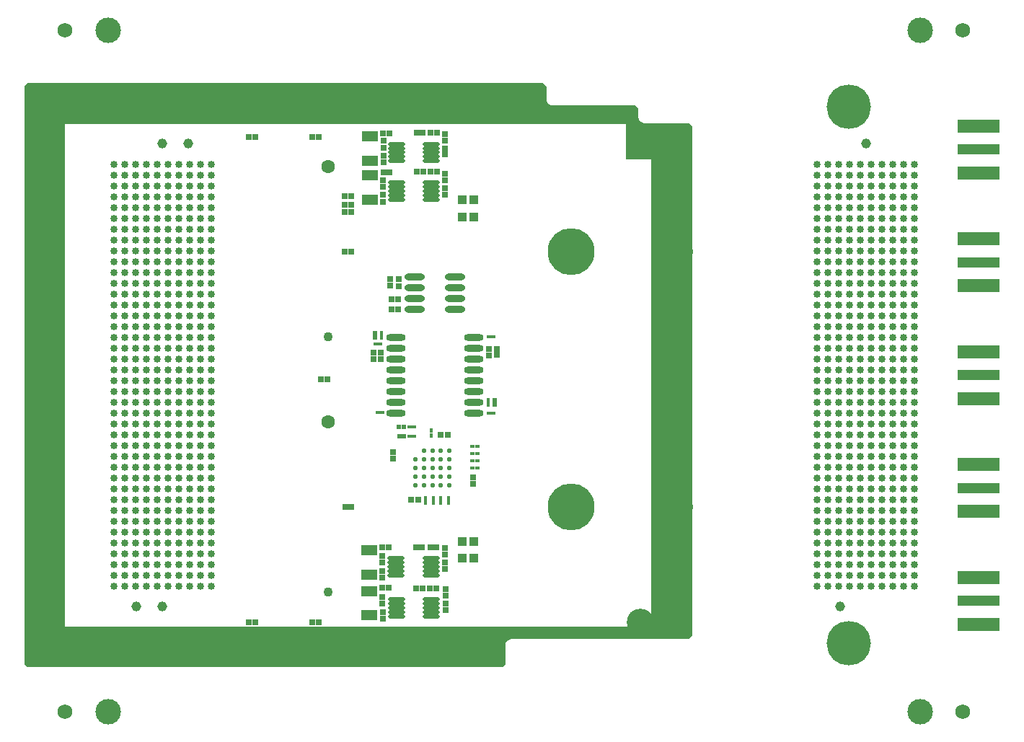
<source format=gbs>
G04*
G04 #@! TF.GenerationSoftware,Altium Limited,Altium NEXUS,4.1.1 (18)*
G04*
G04 Layer_Color=16711935*
%FSLAX44Y44*%
%MOMM*%
G71*
G04*
G04 #@! TF.SameCoordinates,4F3881F6-B343-40B9-83C6-DCB6D38B7AD4*
G04*
G04*
G04 #@! TF.FilePolarity,Negative*
G04*
G01*
G75*
%ADD13R,5.0000X1.6000*%
%ADD53R,5.0000X1.2000*%
%ADD67C,1.9000*%
%ADD68C,3.0000*%
%ADD72C,0.8432*%
%ADD73R,1.0532X1.1032*%
%ADD76R,0.7032X0.6532*%
%ADD77R,0.7632X0.7232*%
%ADD78C,1.7272*%
%ADD79C,1.1732*%
%ADD80C,5.2032*%
%ADD81C,5.5032*%
%ADD82C,4.6032*%
%ADD83C,1.1000*%
%ADD84C,1.6000*%
%ADD85C,3.2032*%
%ADD86C,3.7032*%
%ADD87R,0.7532X0.7032*%
%ADD88R,0.5232X0.5632*%
%ADD89R,0.4532X0.5532*%
%ADD90R,0.5532X0.4532*%
%ADD91R,0.5632X0.5232*%
%ADD92R,0.6532X0.7532*%
%ADD93C,0.5532*%
%ADD94R,0.6532X0.7032*%
%ADD95O,2.4032X0.8032*%
%ADD96R,0.7232X0.7632*%
%ADD97O,2.3032X0.8032*%
%ADD98R,1.9032X1.2532*%
%ADD99O,2.0032X0.5032*%
G36*
X614961Y784155D02*
Y769000D01*
X614981Y768901D01*
X614971Y768800D01*
X615067Y767825D01*
X615154Y767538D01*
X615212Y767244D01*
X615959Y765442D01*
X616401Y764780D01*
X617780Y763401D01*
X617780Y763401D01*
X618442Y762959D01*
X620244Y762212D01*
X620538Y762154D01*
X620825Y762067D01*
X621800Y761971D01*
X621901Y761981D01*
X622000Y761961D01*
X719155D01*
X722961Y758155D01*
Y748000D01*
X722981Y747901D01*
X722971Y747800D01*
X723067Y746825D01*
X723154Y746538D01*
X723212Y746244D01*
X723959Y744442D01*
X724401Y743780D01*
X725181Y743000D01*
X725780Y742401D01*
X725780Y742401D01*
X726442Y741959D01*
X728244Y741212D01*
X728538Y741154D01*
X728825Y741067D01*
X729800Y740971D01*
X729901Y740981D01*
X730000Y740961D01*
X782155D01*
X785961Y737155D01*
Y445000D01*
X785961Y138845D01*
X782106Y134990D01*
X574001Y135039D01*
X573901Y135019D01*
X573800Y135029D01*
X572825Y134933D01*
X572538Y134846D01*
X572244Y134788D01*
X570442Y134041D01*
X570442D01*
X570000Y133746D01*
X569780Y133599D01*
Y133599D01*
X569780D01*
X568401Y132220D01*
Y132220D01*
X568401D01*
X568254Y132000D01*
X567959Y131558D01*
Y131558D01*
X567212Y129756D01*
X567154Y129462D01*
X567067Y129175D01*
X566971Y128200D01*
X566981Y128099D01*
X566961Y128000D01*
Y105845D01*
X563155Y102039D01*
X5845D01*
X2039Y105845D01*
Y445000D01*
Y784155D01*
X5845Y787961D01*
X611155D01*
X614961Y784155D01*
D02*
G37*
%LPC*%
G36*
X390642Y740096D02*
X390394Y740096D01*
X390150Y740048D01*
X390036Y740000D01*
X198000Y740000D01*
X50000Y740000D01*
Y445000D01*
Y150000D01*
X198000Y150000D01*
X390035Y150000D01*
X738000Y150000D01*
Y445000D01*
Y698000D01*
X708000D01*
Y740000D01*
X391000D01*
X390885Y740048D01*
X390642Y740096D01*
D02*
G37*
%LPD*%
D13*
X1122400Y340200D02*
D03*
Y284800D02*
D03*
Y207700D02*
D03*
Y152300D02*
D03*
Y737700D02*
D03*
Y682300D02*
D03*
Y605200D02*
D03*
Y549800D02*
D03*
Y472700D02*
D03*
Y417300D02*
D03*
D53*
Y312500D02*
D03*
Y180000D02*
D03*
Y710000D02*
D03*
Y577500D02*
D03*
Y445000D02*
D03*
D67*
X653500Y290000D02*
G03*
X653500Y290000I-9500J0D01*
G01*
Y590000D02*
G03*
X653500Y590000I-9500J0D01*
G01*
X773500Y290000D02*
G03*
X773500Y290000I-9500J0D01*
G01*
Y590000D02*
G03*
X773500Y590000I-9500J0D01*
G01*
D68*
X100000Y50000D02*
D03*
X1054000D02*
D03*
Y850000D02*
D03*
X100000D02*
D03*
D72*
X1047150Y692650D02*
D03*
Y654550D02*
D03*
Y641850D02*
D03*
Y603750D02*
D03*
Y591050D02*
D03*
Y552950D02*
D03*
Y540250D02*
D03*
Y502150D02*
D03*
Y489450D02*
D03*
Y451350D02*
D03*
Y438650D02*
D03*
Y400550D02*
D03*
Y387850D02*
D03*
Y349750D02*
D03*
Y337050D02*
D03*
Y298950D02*
D03*
Y286250D02*
D03*
Y248150D02*
D03*
Y235450D02*
D03*
Y197350D02*
D03*
X1034450Y679950D02*
D03*
Y667250D02*
D03*
Y629150D02*
D03*
Y616450D02*
D03*
Y578350D02*
D03*
Y565650D02*
D03*
Y527550D02*
D03*
Y514850D02*
D03*
Y476750D02*
D03*
Y464050D02*
D03*
Y425950D02*
D03*
Y413250D02*
D03*
Y375150D02*
D03*
Y362450D02*
D03*
Y324350D02*
D03*
Y311650D02*
D03*
Y273550D02*
D03*
Y260850D02*
D03*
Y222750D02*
D03*
Y210050D02*
D03*
X1021750Y692650D02*
D03*
Y654550D02*
D03*
Y641850D02*
D03*
Y603750D02*
D03*
Y591050D02*
D03*
Y578350D02*
D03*
Y565650D02*
D03*
Y552950D02*
D03*
Y540250D02*
D03*
Y527550D02*
D03*
Y514850D02*
D03*
Y502150D02*
D03*
Y489450D02*
D03*
Y476750D02*
D03*
Y464050D02*
D03*
Y451350D02*
D03*
Y438650D02*
D03*
Y425950D02*
D03*
Y413250D02*
D03*
Y400550D02*
D03*
Y387850D02*
D03*
Y375150D02*
D03*
Y362450D02*
D03*
Y349750D02*
D03*
Y337050D02*
D03*
Y298950D02*
D03*
Y286250D02*
D03*
Y260850D02*
D03*
Y248150D02*
D03*
Y235450D02*
D03*
Y222750D02*
D03*
Y210050D02*
D03*
Y197350D02*
D03*
X1009050Y679950D02*
D03*
Y667250D02*
D03*
Y629150D02*
D03*
Y616450D02*
D03*
Y603750D02*
D03*
Y591050D02*
D03*
Y578350D02*
D03*
Y565650D02*
D03*
Y552950D02*
D03*
Y540250D02*
D03*
Y527550D02*
D03*
Y514850D02*
D03*
Y502150D02*
D03*
Y489450D02*
D03*
Y476750D02*
D03*
Y464050D02*
D03*
Y451350D02*
D03*
Y438650D02*
D03*
Y425950D02*
D03*
Y413250D02*
D03*
Y400550D02*
D03*
Y387850D02*
D03*
Y375150D02*
D03*
Y362450D02*
D03*
Y349750D02*
D03*
Y248150D02*
D03*
Y235450D02*
D03*
Y222750D02*
D03*
Y210050D02*
D03*
Y197350D02*
D03*
X996350Y692650D02*
D03*
Y654550D02*
D03*
Y641850D02*
D03*
Y603750D02*
D03*
Y565650D02*
D03*
Y527550D02*
D03*
Y489450D02*
D03*
Y451350D02*
D03*
Y413250D02*
D03*
Y375150D02*
D03*
Y337050D02*
D03*
Y298950D02*
D03*
Y260850D02*
D03*
Y222750D02*
D03*
Y210050D02*
D03*
Y197350D02*
D03*
X983650Y679950D02*
D03*
Y667250D02*
D03*
Y629150D02*
D03*
Y591050D02*
D03*
Y552950D02*
D03*
Y514850D02*
D03*
Y476750D02*
D03*
Y438650D02*
D03*
Y400550D02*
D03*
Y362450D02*
D03*
Y324350D02*
D03*
Y286250D02*
D03*
Y248150D02*
D03*
Y210050D02*
D03*
Y197350D02*
D03*
X970950Y692650D02*
D03*
Y654550D02*
D03*
Y641850D02*
D03*
Y629150D02*
D03*
Y616450D02*
D03*
Y603750D02*
D03*
Y591050D02*
D03*
Y578350D02*
D03*
Y565650D02*
D03*
Y552950D02*
D03*
Y540250D02*
D03*
Y527550D02*
D03*
Y514850D02*
D03*
Y502150D02*
D03*
Y489450D02*
D03*
Y476750D02*
D03*
Y464050D02*
D03*
Y451350D02*
D03*
Y438650D02*
D03*
Y425950D02*
D03*
Y413250D02*
D03*
Y400550D02*
D03*
Y387850D02*
D03*
Y375150D02*
D03*
Y362450D02*
D03*
Y349750D02*
D03*
Y337050D02*
D03*
Y324350D02*
D03*
Y311650D02*
D03*
Y298950D02*
D03*
Y286250D02*
D03*
Y273550D02*
D03*
Y260850D02*
D03*
Y222750D02*
D03*
Y210050D02*
D03*
Y197350D02*
D03*
X958250Y667250D02*
D03*
Y629150D02*
D03*
Y616450D02*
D03*
Y603750D02*
D03*
Y591050D02*
D03*
Y578350D02*
D03*
Y565650D02*
D03*
Y552950D02*
D03*
Y540250D02*
D03*
Y527550D02*
D03*
Y514850D02*
D03*
Y502150D02*
D03*
Y489450D02*
D03*
Y476750D02*
D03*
Y464050D02*
D03*
Y451350D02*
D03*
Y438650D02*
D03*
Y425950D02*
D03*
Y413250D02*
D03*
Y400550D02*
D03*
Y387850D02*
D03*
Y375150D02*
D03*
Y362450D02*
D03*
Y349750D02*
D03*
Y337050D02*
D03*
Y324350D02*
D03*
Y311650D02*
D03*
Y298950D02*
D03*
Y286250D02*
D03*
Y273550D02*
D03*
Y260850D02*
D03*
Y248150D02*
D03*
Y210050D02*
D03*
Y197350D02*
D03*
X945550Y692650D02*
D03*
Y654550D02*
D03*
Y641850D02*
D03*
Y629150D02*
D03*
Y616450D02*
D03*
Y603750D02*
D03*
Y591050D02*
D03*
Y578350D02*
D03*
Y565650D02*
D03*
Y552950D02*
D03*
Y540250D02*
D03*
Y527550D02*
D03*
Y514850D02*
D03*
Y502150D02*
D03*
Y489450D02*
D03*
Y451350D02*
D03*
Y413250D02*
D03*
Y375150D02*
D03*
Y337050D02*
D03*
Y298950D02*
D03*
Y260850D02*
D03*
Y222750D02*
D03*
Y197350D02*
D03*
X932850Y679950D02*
D03*
Y667250D02*
D03*
Y629150D02*
D03*
Y616450D02*
D03*
Y603750D02*
D03*
Y591050D02*
D03*
Y578350D02*
D03*
Y565650D02*
D03*
Y552950D02*
D03*
Y540250D02*
D03*
Y527550D02*
D03*
Y514850D02*
D03*
Y502150D02*
D03*
Y489450D02*
D03*
Y476750D02*
D03*
Y438650D02*
D03*
Y400550D02*
D03*
Y362450D02*
D03*
Y324350D02*
D03*
Y286250D02*
D03*
Y248150D02*
D03*
Y210050D02*
D03*
X1047150Y679950D02*
D03*
Y667250D02*
D03*
Y629150D02*
D03*
Y616450D02*
D03*
Y578350D02*
D03*
Y565650D02*
D03*
Y527550D02*
D03*
Y514850D02*
D03*
Y476750D02*
D03*
Y464050D02*
D03*
Y425950D02*
D03*
Y413250D02*
D03*
Y375150D02*
D03*
Y362450D02*
D03*
Y324350D02*
D03*
Y311650D02*
D03*
Y273550D02*
D03*
Y260850D02*
D03*
Y222750D02*
D03*
Y210050D02*
D03*
X1034450Y692650D02*
D03*
Y654550D02*
D03*
Y641850D02*
D03*
Y603750D02*
D03*
Y591050D02*
D03*
Y552950D02*
D03*
Y540250D02*
D03*
Y502150D02*
D03*
Y489450D02*
D03*
Y451350D02*
D03*
Y438650D02*
D03*
Y400550D02*
D03*
Y387850D02*
D03*
Y349750D02*
D03*
Y337050D02*
D03*
Y298950D02*
D03*
Y286250D02*
D03*
Y248150D02*
D03*
Y235450D02*
D03*
Y197350D02*
D03*
X1021750Y679950D02*
D03*
Y667250D02*
D03*
Y629150D02*
D03*
Y616450D02*
D03*
Y324350D02*
D03*
Y311650D02*
D03*
Y273550D02*
D03*
X1009050Y692650D02*
D03*
Y654550D02*
D03*
Y641850D02*
D03*
Y337050D02*
D03*
Y324350D02*
D03*
Y311650D02*
D03*
Y298950D02*
D03*
Y286250D02*
D03*
Y273550D02*
D03*
Y260850D02*
D03*
X996350Y679950D02*
D03*
Y667250D02*
D03*
Y629150D02*
D03*
Y616450D02*
D03*
Y591050D02*
D03*
Y578350D02*
D03*
Y552950D02*
D03*
Y540250D02*
D03*
Y514850D02*
D03*
Y502150D02*
D03*
Y476750D02*
D03*
Y464050D02*
D03*
Y438650D02*
D03*
Y425950D02*
D03*
Y400550D02*
D03*
Y387850D02*
D03*
Y362450D02*
D03*
Y349750D02*
D03*
Y324350D02*
D03*
Y311650D02*
D03*
Y286250D02*
D03*
Y273550D02*
D03*
Y248150D02*
D03*
Y235450D02*
D03*
X983650Y692650D02*
D03*
Y654550D02*
D03*
Y641850D02*
D03*
Y616450D02*
D03*
Y603750D02*
D03*
Y578350D02*
D03*
Y565650D02*
D03*
Y540250D02*
D03*
Y527550D02*
D03*
Y502150D02*
D03*
Y489450D02*
D03*
Y464050D02*
D03*
Y451350D02*
D03*
Y425950D02*
D03*
Y413250D02*
D03*
Y387850D02*
D03*
Y375150D02*
D03*
Y349750D02*
D03*
Y337050D02*
D03*
Y311650D02*
D03*
Y298950D02*
D03*
Y273550D02*
D03*
Y260850D02*
D03*
Y235450D02*
D03*
Y222750D02*
D03*
X970950Y679950D02*
D03*
Y667250D02*
D03*
X958250Y692650D02*
D03*
Y679950D02*
D03*
Y654550D02*
D03*
Y641850D02*
D03*
X945550Y679950D02*
D03*
Y667250D02*
D03*
Y476750D02*
D03*
Y464050D02*
D03*
Y438650D02*
D03*
Y425950D02*
D03*
Y400550D02*
D03*
Y387850D02*
D03*
Y362450D02*
D03*
Y349750D02*
D03*
Y324350D02*
D03*
Y311650D02*
D03*
Y286250D02*
D03*
Y273550D02*
D03*
Y248150D02*
D03*
Y235450D02*
D03*
Y210050D02*
D03*
X932850Y692650D02*
D03*
Y654550D02*
D03*
Y641850D02*
D03*
Y464050D02*
D03*
Y451350D02*
D03*
Y425950D02*
D03*
Y413250D02*
D03*
Y387850D02*
D03*
Y375150D02*
D03*
Y349750D02*
D03*
Y337050D02*
D03*
Y311650D02*
D03*
Y298950D02*
D03*
Y273550D02*
D03*
Y260850D02*
D03*
Y235450D02*
D03*
Y222750D02*
D03*
Y197350D02*
D03*
X970950Y235450D02*
D03*
X958250Y222750D02*
D03*
X970950Y248150D02*
D03*
X958250Y235450D02*
D03*
X144950Y324350D02*
D03*
Y337050D02*
D03*
Y375150D02*
D03*
Y400550D02*
D03*
Y413250D02*
D03*
X132250Y311650D02*
D03*
Y324350D02*
D03*
Y362450D02*
D03*
Y375150D02*
D03*
X106850Y210050D02*
D03*
Y222750D02*
D03*
Y235450D02*
D03*
Y248150D02*
D03*
Y260850D02*
D03*
Y273550D02*
D03*
Y286250D02*
D03*
Y298950D02*
D03*
Y311650D02*
D03*
Y324350D02*
D03*
Y337050D02*
D03*
Y349750D02*
D03*
Y362450D02*
D03*
Y375150D02*
D03*
Y387850D02*
D03*
Y400550D02*
D03*
Y413250D02*
D03*
Y425950D02*
D03*
Y438650D02*
D03*
Y451350D02*
D03*
Y464050D02*
D03*
Y476750D02*
D03*
Y489450D02*
D03*
Y502150D02*
D03*
Y514850D02*
D03*
Y527550D02*
D03*
Y540250D02*
D03*
Y552950D02*
D03*
Y565650D02*
D03*
Y578350D02*
D03*
Y591050D02*
D03*
Y603750D02*
D03*
Y616450D02*
D03*
Y629150D02*
D03*
Y641850D02*
D03*
Y654550D02*
D03*
Y667250D02*
D03*
Y679950D02*
D03*
Y692650D02*
D03*
Y197350D02*
D03*
X119550D02*
D03*
Y210050D02*
D03*
Y222750D02*
D03*
Y235450D02*
D03*
Y248150D02*
D03*
Y260850D02*
D03*
Y273550D02*
D03*
Y286250D02*
D03*
Y298950D02*
D03*
Y311650D02*
D03*
Y324350D02*
D03*
Y337050D02*
D03*
Y349750D02*
D03*
Y362450D02*
D03*
Y375150D02*
D03*
Y387850D02*
D03*
Y400550D02*
D03*
Y413250D02*
D03*
Y425950D02*
D03*
Y438650D02*
D03*
Y451350D02*
D03*
Y464050D02*
D03*
Y476750D02*
D03*
Y489450D02*
D03*
Y502150D02*
D03*
Y514850D02*
D03*
Y527550D02*
D03*
Y540250D02*
D03*
Y552950D02*
D03*
Y565650D02*
D03*
Y578350D02*
D03*
Y591050D02*
D03*
Y603750D02*
D03*
Y616450D02*
D03*
Y629150D02*
D03*
Y641850D02*
D03*
Y654550D02*
D03*
Y667250D02*
D03*
Y679950D02*
D03*
Y692650D02*
D03*
X132250Y197350D02*
D03*
Y210050D02*
D03*
Y222750D02*
D03*
Y235450D02*
D03*
Y248150D02*
D03*
Y260850D02*
D03*
Y273550D02*
D03*
Y286250D02*
D03*
Y298950D02*
D03*
Y337050D02*
D03*
Y349750D02*
D03*
Y387850D02*
D03*
Y400550D02*
D03*
Y413250D02*
D03*
Y425950D02*
D03*
Y438650D02*
D03*
Y451350D02*
D03*
Y464050D02*
D03*
Y476750D02*
D03*
Y489450D02*
D03*
Y502150D02*
D03*
Y514850D02*
D03*
Y527550D02*
D03*
Y540250D02*
D03*
Y552950D02*
D03*
Y565650D02*
D03*
Y578350D02*
D03*
Y591050D02*
D03*
Y603750D02*
D03*
Y616450D02*
D03*
Y629150D02*
D03*
Y641850D02*
D03*
Y654550D02*
D03*
Y667250D02*
D03*
Y679950D02*
D03*
Y692650D02*
D03*
X144950Y210050D02*
D03*
Y222750D02*
D03*
Y235450D02*
D03*
Y248150D02*
D03*
Y260850D02*
D03*
Y273550D02*
D03*
Y286250D02*
D03*
Y298950D02*
D03*
Y311650D02*
D03*
Y349750D02*
D03*
Y362450D02*
D03*
Y387850D02*
D03*
Y425950D02*
D03*
Y438650D02*
D03*
Y451350D02*
D03*
Y464050D02*
D03*
Y476750D02*
D03*
Y489450D02*
D03*
Y502150D02*
D03*
Y514850D02*
D03*
Y527550D02*
D03*
Y540250D02*
D03*
Y552950D02*
D03*
Y565650D02*
D03*
Y578350D02*
D03*
Y591050D02*
D03*
Y603750D02*
D03*
Y616450D02*
D03*
Y629150D02*
D03*
Y641850D02*
D03*
Y654550D02*
D03*
Y667250D02*
D03*
Y679950D02*
D03*
Y692650D02*
D03*
X157650Y197350D02*
D03*
Y210050D02*
D03*
Y222750D02*
D03*
Y235450D02*
D03*
Y248150D02*
D03*
Y260850D02*
D03*
Y273550D02*
D03*
Y286250D02*
D03*
Y298950D02*
D03*
Y311650D02*
D03*
Y324350D02*
D03*
Y337050D02*
D03*
Y349750D02*
D03*
Y362450D02*
D03*
Y375150D02*
D03*
Y387850D02*
D03*
Y400550D02*
D03*
Y413250D02*
D03*
Y425950D02*
D03*
Y438650D02*
D03*
Y451350D02*
D03*
Y464050D02*
D03*
Y476750D02*
D03*
Y489450D02*
D03*
Y502150D02*
D03*
Y514850D02*
D03*
Y527550D02*
D03*
Y540250D02*
D03*
Y552950D02*
D03*
Y565650D02*
D03*
Y578350D02*
D03*
Y591050D02*
D03*
Y603750D02*
D03*
Y616450D02*
D03*
Y629150D02*
D03*
Y641850D02*
D03*
Y654550D02*
D03*
Y667250D02*
D03*
Y679950D02*
D03*
Y692650D02*
D03*
X170350Y197350D02*
D03*
Y210050D02*
D03*
Y222750D02*
D03*
Y235450D02*
D03*
Y248150D02*
D03*
Y260850D02*
D03*
Y273550D02*
D03*
Y286250D02*
D03*
Y298950D02*
D03*
Y311650D02*
D03*
Y324350D02*
D03*
Y337050D02*
D03*
Y349750D02*
D03*
Y362450D02*
D03*
Y375150D02*
D03*
Y387850D02*
D03*
Y400550D02*
D03*
Y413250D02*
D03*
Y425950D02*
D03*
Y438650D02*
D03*
Y451350D02*
D03*
Y464050D02*
D03*
Y476750D02*
D03*
Y489450D02*
D03*
Y502150D02*
D03*
Y514850D02*
D03*
Y527550D02*
D03*
Y540250D02*
D03*
Y552950D02*
D03*
Y565650D02*
D03*
Y578350D02*
D03*
Y591050D02*
D03*
Y603750D02*
D03*
Y616450D02*
D03*
Y629150D02*
D03*
Y641850D02*
D03*
Y654550D02*
D03*
Y667250D02*
D03*
Y679950D02*
D03*
Y692650D02*
D03*
X144950Y197350D02*
D03*
X183050D02*
D03*
Y210050D02*
D03*
Y222750D02*
D03*
Y235450D02*
D03*
Y248150D02*
D03*
Y260850D02*
D03*
Y273550D02*
D03*
Y286250D02*
D03*
Y298950D02*
D03*
Y311650D02*
D03*
Y324350D02*
D03*
Y337050D02*
D03*
Y349750D02*
D03*
Y362450D02*
D03*
Y375150D02*
D03*
Y387850D02*
D03*
Y400550D02*
D03*
Y413250D02*
D03*
Y425950D02*
D03*
Y438650D02*
D03*
Y451350D02*
D03*
Y464050D02*
D03*
Y476750D02*
D03*
Y489450D02*
D03*
Y502150D02*
D03*
Y514850D02*
D03*
Y527550D02*
D03*
Y540250D02*
D03*
Y552950D02*
D03*
Y565650D02*
D03*
Y578350D02*
D03*
Y591050D02*
D03*
Y603750D02*
D03*
Y616450D02*
D03*
Y629150D02*
D03*
Y641850D02*
D03*
Y654550D02*
D03*
Y667250D02*
D03*
Y679950D02*
D03*
Y692650D02*
D03*
X195750Y197350D02*
D03*
Y210050D02*
D03*
Y222750D02*
D03*
Y235450D02*
D03*
Y248150D02*
D03*
Y260850D02*
D03*
Y273550D02*
D03*
Y286250D02*
D03*
Y298950D02*
D03*
Y311650D02*
D03*
Y324350D02*
D03*
Y337050D02*
D03*
Y349750D02*
D03*
Y362450D02*
D03*
Y375150D02*
D03*
Y387850D02*
D03*
Y400550D02*
D03*
Y413250D02*
D03*
Y425950D02*
D03*
Y438650D02*
D03*
Y451350D02*
D03*
Y464050D02*
D03*
Y476750D02*
D03*
Y489450D02*
D03*
Y502150D02*
D03*
Y514850D02*
D03*
Y527550D02*
D03*
Y540250D02*
D03*
Y552950D02*
D03*
Y565650D02*
D03*
Y578350D02*
D03*
Y591050D02*
D03*
Y603750D02*
D03*
Y616450D02*
D03*
Y629150D02*
D03*
Y641850D02*
D03*
Y654550D02*
D03*
Y667250D02*
D03*
Y679950D02*
D03*
Y692650D02*
D03*
X208450Y197350D02*
D03*
Y210050D02*
D03*
Y222750D02*
D03*
Y235450D02*
D03*
Y248150D02*
D03*
Y260850D02*
D03*
Y273550D02*
D03*
Y286250D02*
D03*
Y298950D02*
D03*
Y311650D02*
D03*
Y324350D02*
D03*
Y337050D02*
D03*
Y349750D02*
D03*
Y362450D02*
D03*
Y375150D02*
D03*
Y387850D02*
D03*
Y400550D02*
D03*
Y413250D02*
D03*
Y425950D02*
D03*
Y438650D02*
D03*
Y451350D02*
D03*
Y464050D02*
D03*
Y476750D02*
D03*
Y489450D02*
D03*
Y502150D02*
D03*
Y514850D02*
D03*
Y527550D02*
D03*
Y540250D02*
D03*
Y552950D02*
D03*
Y565650D02*
D03*
Y578350D02*
D03*
Y591050D02*
D03*
Y603750D02*
D03*
Y616450D02*
D03*
Y629150D02*
D03*
Y641850D02*
D03*
Y654550D02*
D03*
Y667250D02*
D03*
Y679950D02*
D03*
Y692650D02*
D03*
X221150Y197350D02*
D03*
Y210050D02*
D03*
Y222750D02*
D03*
Y235450D02*
D03*
Y248150D02*
D03*
Y260850D02*
D03*
Y273550D02*
D03*
Y286250D02*
D03*
Y298950D02*
D03*
Y311650D02*
D03*
Y324350D02*
D03*
Y337050D02*
D03*
Y349750D02*
D03*
Y362450D02*
D03*
Y375150D02*
D03*
Y387850D02*
D03*
Y400550D02*
D03*
Y413250D02*
D03*
Y425950D02*
D03*
Y438650D02*
D03*
Y451350D02*
D03*
Y464050D02*
D03*
Y476750D02*
D03*
Y489450D02*
D03*
Y502150D02*
D03*
Y514850D02*
D03*
Y527550D02*
D03*
Y540250D02*
D03*
Y552950D02*
D03*
Y565650D02*
D03*
Y578350D02*
D03*
Y591050D02*
D03*
Y603750D02*
D03*
Y616450D02*
D03*
Y629150D02*
D03*
Y641850D02*
D03*
Y654550D02*
D03*
Y667250D02*
D03*
Y679950D02*
D03*
Y692650D02*
D03*
D73*
X516500Y631000D02*
D03*
X529500D02*
D03*
X516500Y250000D02*
D03*
X529500D02*
D03*
X516500Y650686D02*
D03*
X529500D02*
D03*
X516500Y230000D02*
D03*
X529500D02*
D03*
D76*
X340250Y725000D02*
D03*
X347750D02*
D03*
X378099Y636135D02*
D03*
X385599D02*
D03*
X385544Y654942D02*
D03*
X378044D02*
D03*
X440658Y534254D02*
D03*
X433158D02*
D03*
X440571Y522617D02*
D03*
X433071D02*
D03*
X385874Y645154D02*
D03*
X378374D02*
D03*
X385590Y590000D02*
D03*
X378090D02*
D03*
X386052Y290000D02*
D03*
X378552D02*
D03*
X265250Y725000D02*
D03*
X272750D02*
D03*
X265250Y155000D02*
D03*
X272750D02*
D03*
X340250D02*
D03*
X347750D02*
D03*
X485938Y242940D02*
D03*
X478438D02*
D03*
X461575Y242871D02*
D03*
X469075D02*
D03*
X485916Y194722D02*
D03*
X478416D02*
D03*
X461968Y194764D02*
D03*
X469468D02*
D03*
X486339Y684198D02*
D03*
X478839D02*
D03*
X462814Y684133D02*
D03*
X470314D02*
D03*
X486586Y729765D02*
D03*
X479086D02*
D03*
X462402Y729818D02*
D03*
X469902D02*
D03*
X350250Y440000D02*
D03*
X357750D02*
D03*
D77*
X464160Y298806D02*
D03*
X456360D02*
D03*
X491100Y375000D02*
D03*
X498900D02*
D03*
D78*
X1104000Y850000D02*
D03*
Y50000D02*
D03*
X50000D02*
D03*
Y850000D02*
D03*
D79*
X959500Y173100D02*
D03*
X990000Y716900D02*
D03*
X194500Y716900D02*
D03*
X164000Y173100D02*
D03*
Y716800D02*
D03*
X133500Y173200D02*
D03*
D80*
X970000Y760000D02*
D03*
Y130000D02*
D03*
D81*
X644000Y290000D02*
D03*
Y590000D02*
D03*
D82*
X764000Y590000D02*
D03*
Y290000D02*
D03*
D83*
X359000Y190000D02*
D03*
Y490000D02*
D03*
D84*
Y390000D02*
D03*
Y690000D02*
D03*
D85*
X725000Y155000D02*
D03*
D86*
X763000Y713000D02*
D03*
Y163000D02*
D03*
Y445000D02*
D03*
X564000Y765000D02*
D03*
X384000Y125000D02*
D03*
X25000Y145000D02*
D03*
Y295000D02*
D03*
Y745000D02*
D03*
Y595000D02*
D03*
Y445000D02*
D03*
X384000Y765000D02*
D03*
D87*
X422387Y243260D02*
D03*
X429887D02*
D03*
X422521Y195244D02*
D03*
X430021D02*
D03*
X423480Y683424D02*
D03*
X430980D02*
D03*
X423351Y728638D02*
D03*
X430851D02*
D03*
D88*
X554113Y415814D02*
D03*
Y410214D02*
D03*
X413974Y489013D02*
D03*
Y494613D02*
D03*
D89*
X547000Y410250D02*
D03*
Y415750D02*
D03*
X421147Y494493D02*
D03*
Y488993D02*
D03*
X491000Y300750D02*
D03*
Y295250D02*
D03*
X482000Y300750D02*
D03*
Y295250D02*
D03*
X473000Y300750D02*
D03*
Y295250D02*
D03*
X500000Y300750D02*
D03*
Y295250D02*
D03*
X480069Y374144D02*
D03*
Y379644D02*
D03*
D90*
X552750Y490000D02*
D03*
X547250D02*
D03*
X417000Y401000D02*
D03*
X422500D02*
D03*
X552752Y400523D02*
D03*
X547252D02*
D03*
X414364Y481620D02*
D03*
X419864D02*
D03*
X528250Y361000D02*
D03*
X533750D02*
D03*
X528205Y344613D02*
D03*
X533705D02*
D03*
X528250Y336000D02*
D03*
X533750D02*
D03*
X528250Y353000D02*
D03*
X533750D02*
D03*
X454250Y373000D02*
D03*
X459750D02*
D03*
X454141Y384326D02*
D03*
X459641D02*
D03*
D91*
X442200Y373000D02*
D03*
X447800D02*
D03*
X441782Y384430D02*
D03*
X447382D02*
D03*
D92*
X435000Y354750D02*
D03*
Y347250D02*
D03*
D93*
X501000Y316000D02*
D03*
Y326000D02*
D03*
Y336000D02*
D03*
Y346000D02*
D03*
Y356000D02*
D03*
X491000Y316000D02*
D03*
Y326000D02*
D03*
Y336000D02*
D03*
Y346000D02*
D03*
Y356000D02*
D03*
X481000Y316000D02*
D03*
Y326000D02*
D03*
Y336000D02*
D03*
Y346000D02*
D03*
Y356000D02*
D03*
X471000Y316000D02*
D03*
Y326000D02*
D03*
Y336000D02*
D03*
Y346000D02*
D03*
Y356000D02*
D03*
X461000Y316000D02*
D03*
Y326000D02*
D03*
Y336000D02*
D03*
Y346000D02*
D03*
D94*
X411795Y471235D02*
D03*
Y463735D02*
D03*
X431572Y549979D02*
D03*
Y557479D02*
D03*
X556347Y468540D02*
D03*
Y476040D02*
D03*
X495658Y242146D02*
D03*
Y234646D02*
D03*
Y217617D02*
D03*
Y225117D02*
D03*
X496617Y193581D02*
D03*
Y186081D02*
D03*
Y169284D02*
D03*
Y176784D02*
D03*
X496143Y728084D02*
D03*
Y720584D02*
D03*
Y703866D02*
D03*
Y711366D02*
D03*
X496151Y681251D02*
D03*
Y673751D02*
D03*
X496058Y657125D02*
D03*
Y664625D02*
D03*
D95*
X508000Y560050D02*
D03*
Y547350D02*
D03*
Y534650D02*
D03*
Y521950D02*
D03*
X460000Y560050D02*
D03*
Y547350D02*
D03*
Y534650D02*
D03*
Y521950D02*
D03*
D96*
X441577Y557467D02*
D03*
Y549667D02*
D03*
X420650Y463450D02*
D03*
Y471250D02*
D03*
X547581Y475950D02*
D03*
Y468150D02*
D03*
X422032Y232693D02*
D03*
Y224893D02*
D03*
X422470Y184361D02*
D03*
Y176561D02*
D03*
X422033Y207340D02*
D03*
Y215140D02*
D03*
X422630Y158990D02*
D03*
Y166790D02*
D03*
X423075Y673645D02*
D03*
Y665845D02*
D03*
X423217Y648786D02*
D03*
Y656586D02*
D03*
X423545Y719963D02*
D03*
Y712163D02*
D03*
X423599Y695110D02*
D03*
Y702910D02*
D03*
X529024Y324728D02*
D03*
Y316928D02*
D03*
D97*
X529750Y489450D02*
D03*
Y476750D02*
D03*
Y464050D02*
D03*
Y451350D02*
D03*
Y438650D02*
D03*
Y425950D02*
D03*
Y413250D02*
D03*
Y400550D02*
D03*
X438250Y489450D02*
D03*
Y476750D02*
D03*
Y464050D02*
D03*
Y451350D02*
D03*
Y438650D02*
D03*
Y425950D02*
D03*
Y413250D02*
D03*
Y400550D02*
D03*
D98*
X406781Y211068D02*
D03*
Y239568D02*
D03*
X407152Y163037D02*
D03*
Y191537D02*
D03*
X407742Y650969D02*
D03*
Y679469D02*
D03*
X407730Y696860D02*
D03*
Y725360D02*
D03*
D99*
X479318Y230003D02*
D03*
Y220003D02*
D03*
Y215003D02*
D03*
Y210003D02*
D03*
X438318Y220003D02*
D03*
Y215003D02*
D03*
Y210003D02*
D03*
Y230003D02*
D03*
Y225003D02*
D03*
X479318D02*
D03*
X480000Y661000D02*
D03*
Y656000D02*
D03*
Y651000D02*
D03*
X439000Y661000D02*
D03*
Y656000D02*
D03*
Y651000D02*
D03*
Y671000D02*
D03*
X480000D02*
D03*
X439000Y666000D02*
D03*
X480000D02*
D03*
X480062Y716425D02*
D03*
Y711425D02*
D03*
Y706425D02*
D03*
Y701425D02*
D03*
Y696425D02*
D03*
X439062Y706425D02*
D03*
Y701425D02*
D03*
Y696425D02*
D03*
Y716425D02*
D03*
Y711425D02*
D03*
X479915Y181967D02*
D03*
Y176967D02*
D03*
Y171967D02*
D03*
Y166967D02*
D03*
Y161967D02*
D03*
X438915Y171967D02*
D03*
Y166967D02*
D03*
Y161967D02*
D03*
Y181967D02*
D03*
Y176967D02*
D03*
M02*

</source>
